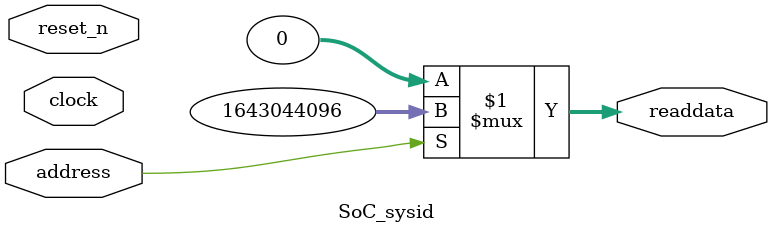
<source format=v>

`timescale 1ns / 1ps
// synthesis translate_on

// turn off superfluous verilog processor warnings 
// altera message_level Level1 
// altera message_off 10034 10035 10036 10037 10230 10240 10030 

module SoC_sysid (
               // inputs:
                address,
                clock,
                reset_n,

               // outputs:
                readdata
             )
;

  output  [ 31: 0] readdata;
  input            address;
  input            clock;
  input            reset_n;

  wire    [ 31: 0] readdata;
  //control_slave, which is an e_avalon_slave
  assign readdata = address ? 1643044096 : 0;

endmodule




</source>
